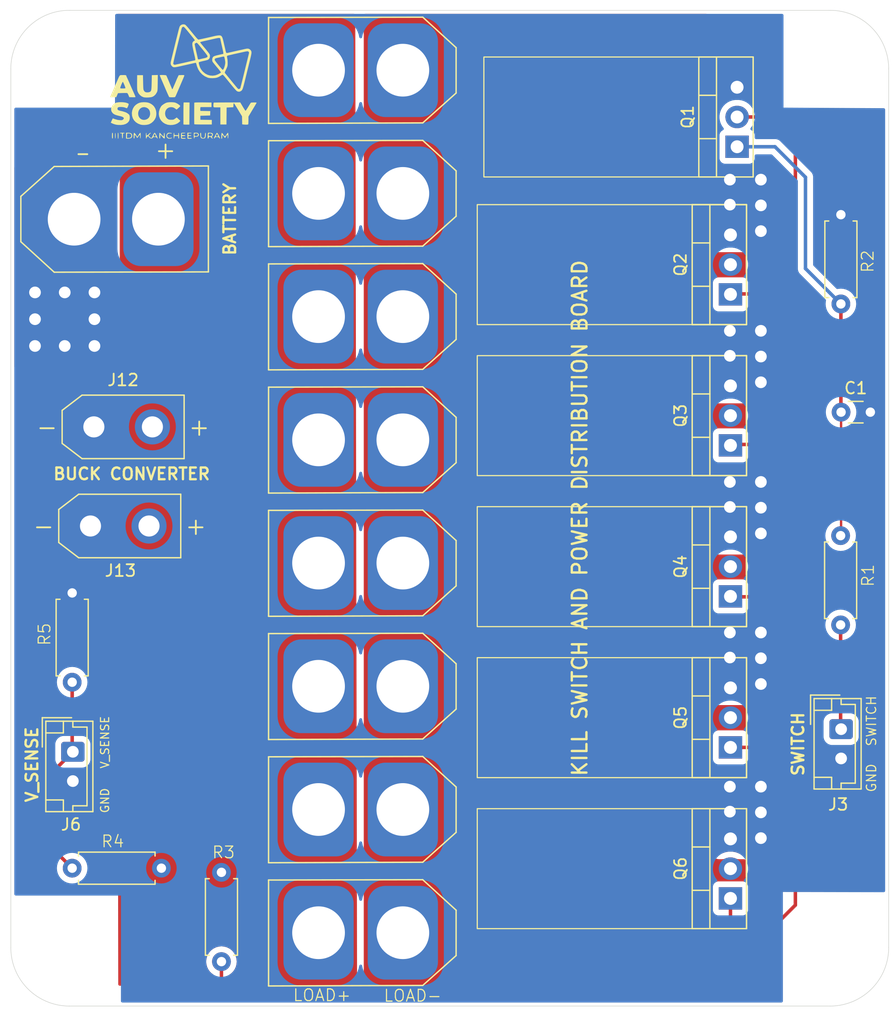
<source format=kicad_pcb>
(kicad_pcb (version 20240108) (generator "pcbnew") (generator_version "8.0")
  (layers (0 "F.Cu" signal) (31 "B.Cu" signal) (34 "B.Paste" user) (35 "F.Paste" user) (36 "B.SilkS" user "B.Silkscreen") (37 "F.SilkS" user "F.Silkscreen") (38 "B.Mask" user) (39 "F.Mask" user) (44 "Edge.Cuts" user))
  (net 0 "")
  (net 1 "GND")
  (net 2 "/LOAD-")
  (net 3 "/T_SWITCH")
  (net 4 "Net-(Q1-G)")
  (net 5 "/GATE_SIGNAL")
  (net 6 "/V_SENSE")
  (net 7 "/LOAD+")
  (footprint "Package_TO_SOT_THT:TO-220-3_Vertical" (layer "F.Cu") (at 209.449 85.4818 90)
    (property "Reference" "Q1" (at 2.54 -4.2192 90) (layer "F.SilkS"))
    (property "Value" "IRLZ44N")
    (pad "1" thru_hole rect (at 0 0 90) (size 1.905 2) (drill 1.1) (layers "*.Cu" "*.Mask") (net 4 "Net-(Q1-G)"))
    (pad "2" thru_hole oval (at 2.54 0 90) (size 1.905 2) (drill 1.1) (layers "*.Cu" "*.Mask") (net 5 "/GATE_SIGNAL"))
    (pad "3" thru_hole oval (at 5.08 0 90) (size 1.905 2) (drill 1.1) (layers "*.Cu" "*.Mask") (net 1 "GND"))
  )
  (footprint "AUV_LOGO:LOGO" (layer "F.Cu") (at 162.052 80.01)
    (property "Reference" "G***" (hide yes))
    (property "Value" "LOGO" (hide yes))
  )
  (footprint "res_holes:resistor_holes" (layer "F.Cu") (at 165.4288 151.5196 -90)
    (property "Reference" "R3" (hide yes))
    (property "Value" "10k" (hide yes))
    (pad "1" thru_hole circle (at -4.098 0.024 270) (size 1.6 1.6) (drill 0.8) (layers "*.Cu" "*.Mask") (net 7 "/LOAD+"))
    (pad "2" thru_hole oval (at 3.522 0.024 270) (size 1.6 1.6) (drill 0.8) (layers "*.Cu" "*.Mask") (net 5 "/GATE_SIGNAL"))
  )
  (footprint "Connector_JST:JST_EH_B2B-EH-A_1x02_P2.50mm_Vertical" (layer "F.Cu") (at 218.3336 135.1988 -90)
    (property "Reference" "J3" (at 6.4316 0.2492 0) (layer "F.SilkS"))
    (property "Value" "Conn_01x02_Pin")
    (pad "1" thru_hole roundrect (at 0 0 270) (size 1.7 2) (drill 1) (layers "*.Cu" "*.Mask") (roundrect_rratio 0.147059) (net 3 "/T_SWITCH"))
    (pad "2" thru_hole oval (at 2.5 0 270) (size 1.7 2) (drill 1) (layers "*.Cu" "*.Mask") (net 1 "GND"))
  )
  (footprint "xt_60:xt-60_hole" (layer "F.Cu") (at 176.9224 121.246458 180)
    (property "Reference" "J7" (hide yes))
    (property "Value" "Conn_01x02_Pin" (hide yes))
    (pad "1" thru_hole roundrect (at -3.976 0.226 180) (size 6 8) (drill 4.5) (layers "*.Cu" "*.Mask") (net 2 "/LOAD-"))
    (pad "2" thru_hole roundrect (at 3.224 0.226 180) (size 6 8) (drill 4.5) (layers "*.Cu" "*.Mask") (net 7 "/LOAD+"))
  )
  (footprint "res_holes:resistor_holes" (layer "F.Cu") (at 152.63 127.093 90)
    (property "Reference" "R5" (hide yes))
    (property "Value" "100k" (hide yes))
    (pad "1" thru_hole circle (at -4.098 0.024 90) (size 1.6 1.6) (drill 0.8) (layers "*.Cu" "*.Mask") (net 6 "/V_SENSE"))
    (pad "2" thru_hole oval (at 3.522 0.024 90) (size 1.6 1.6) (drill 0.8) (layers "*.Cu" "*.Mask") (net 1 "GND"))
  )
  (footprint "xt_60:xt-60_hole" (layer "F.Cu") (at 176.9224 131.764972 180)
    (property "Reference" "J5" (hide yes))
    (property "Value" "Conn_01x02_Pin" (hide yes))
    (pad "1" thru_hole roundrect (at -3.976 0.226 180) (size 6 8) (drill 4.5) (layers "*.Cu" "*.Mask") (net 2 "/LOAD-"))
    (pad "2" thru_hole roundrect (at 3.224 0.226 180) (size 6 8) (drill 4.5) (layers "*.Cu" "*.Mask") (net 7 "/LOAD+"))
  )
  (footprint "xt_60:xt-60_hole" (layer "F.Cu") (at 176.9224 142.283486 180)
    (property "Reference" "J4" (hide yes))
    (property "Value" "Conn_01x02_Pin" (hide yes))
    (pad "1" thru_hole roundrect (at -3.976 0.226 180) (size 6 8) (drill 4.5) (layers "*.Cu" "*.Mask") (net 2 "/LOAD-"))
    (pad "2" thru_hole roundrect (at 3.224 0.226 180) (size 6 8) (drill 4.5) (layers "*.Cu" "*.Mask") (net 7 "/LOAD+"))
  )
  (footprint "res_holes:resistor_holes" (layer "F.Cu") (at 156.176 147.09 180)
    (property "Reference" "R4" (hide yes))
    (property "Value" "300k" (hide yes))
    (pad "1" thru_hole circle (at -4.098 0.024 180) (size 1.6 1.6) (drill 0.8) (layers "*.Cu" "*.Mask") (net 7 "/LOAD+"))
    (pad "2" thru_hole oval (at 3.522 0.024 180) (size 1.6 1.6) (drill 0.8) (layers "*.Cu" "*.Mask") (net 6 "/V_SENSE"))
  )
  (footprint "Package_TO_SOT_THT:TO-220-3_Vertical" (layer "F.Cu") (at 208.884 136.7555 90)
    (property "Reference" "Q5" (at 2.54 -4.27 90) (layer "F.SilkS"))
    (property "Value" "IRF3205")
    (pad "1" thru_hole rect (at 0 0 90) (size 1.905 2) (drill 1.1) (layers "*.Cu" "*.Mask") (net 5 "/GATE_SIGNAL"))
    (pad "2" thru_hole oval (at 2.54 0 90) (size 1.905 2) (drill 1.1) (layers "*.Cu" "*.Mask") (net 2 "/LOAD-"))
    (pad "3" thru_hole oval (at 5.08 0 90) (size 1.905 2) (drill 1.1) (layers "*.Cu" "*.Mask") (net 1 "GND"))
  )
  (footprint "xt_60:xt-60_hole" (layer "F.Cu") (at 176.9224 89.690916 180)
    (property "Reference" "J10" (hide yes))
    (property "Value" "Conn_01x02_Pin" (hide yes))
    (pad "1" thru_hole roundrect (at -3.976 0.226 180) (size 6 8) (drill 4.5) (layers "*.Cu" "*.Mask") (net 2 "/LOAD-"))
    (pad "2" thru_hole roundrect (at 3.224 0.226 180) (size 6 8) (drill 4.5) (layers "*.Cu" "*.Mask") (net 7 "/LOAD+"))
  )
  (footprint "MountingHole:MountingHole_3.2mm_M3" (layer "F.Cu") (at 217.6245 78.0034 180)
    (property "Reference" "H3" (hide yes))
    (property "Value" "MountingHole")
    (pad "" np_thru_hole circle (at 0 0 180) (size 3.2 3.2) (drill 3.2) (layers "*.Cu" "*.Mask"))
  )
  (footprint "Connector_AMASS:AMASS_XT30UPB-F_1x02_P5.0mm_Vertical" (layer "F.Cu") (at 154.5064 109.3952)
    (property "Reference" "J12" (at 2.5 -4 0) (layer "F.SilkS"))
    (property "Value" "Conn_01x02_Pin")
    (fp_text user "+" (at 9 0 0) (layer "F.SilkS") (effects (font (size 1.5 1.5))))
    (fp_text user "-" (at -4 0 0) (layer "F.SilkS") (effects (font (size 1.5 1.5))))
    (pad "1" thru_hole roundrect (at 0 0) (size 3 3) (drill 1.8) (layers "*.Cu" "*.Mask") (net 1 "GND"))
    (pad "2" thru_hole circle (at 5 0) (size 3 3) (drill 1.8) (layers "*.Cu" "*.Mask") (net 7 "/LOAD+"))
  )
  (footprint "res_holes:resistor_holes" (layer "F.Cu") (at 218.2912 94.803372 90)
    (property "Reference" "R2" (hide yes))
    (property "Value" "10k" (hide yes))
    (pad "1" thru_hole circle (at -4.098 0.024 90) (size 1.6 1.6) (drill 0.8) (layers "*.Cu" "*.Mask") (net 4 "Net-(Q1-G)"))
    (pad "2" thru_hole oval (at 3.522 0.024 90) (size 1.6 1.6) (drill 0.8) (layers "*.Cu" "*.Mask") (net 1 "GND"))
  )
  (footprint "MountingHole:MountingHole_3.2mm_M3" (layer "F.Cu") (at 151.638 153.846 180)
    (property "Reference" "H1" (hide yes))
    (property "Value" "MountingHole")
    (pad "" np_thru_hole circle (at 0 0 180) (size 3.2 3.2) (drill 3.2) (layers "*.Cu" "*.Mask"))
  )
  (footprint "Package_TO_SOT_THT:TO-220-3_Vertical" (layer "F.Cu") (at 208.884 149.646 90)
    (property "Reference" "Q6" (at 2.54 -4.27 90) (layer "F.SilkS"))
    (property "Value" "IRF3205")
    (pad "1" thru_hole rect (at 0 0 90) (size 1.905 2) (drill 1.1) (layers "*.Cu" "*.Mask") (net 5 "/GATE_SIGNAL"))
    (pad "2" thru_hole oval (at 2.54 0 90) (size 1.905 2) (drill 1.1) (layers "*.Cu" "*.Mask") (net 2 "/LOAD-"))
    (pad "3" thru_hole oval (at 5.08 0 90) (size 1.905 2) (drill 1.1) (layers "*.Cu" "*.Mask") (net 1 "GND"))
  )
  (footprint "xt_60:xt-60_hole" (layer "F.Cu") (at 156.796 91.44)
    (property "Reference" "J1" (hide yes))
    (property "Value" "Conn_01x02_Pin" (hide yes))
    (fp_text user "+" (at 3.834 -5.6904 0) (layer "F.SilkS") (effects (font (size 1.5 1.5))))
    (fp_text user "-" (at -3.2272 -5.3979 0) (layer "F.SilkS"))
    (pad "1" thru_hole roundrect (at -3.976 0.226) (size 6 8) (drill 4.5) (layers "*.Cu" "*.Mask") (net 1 "GND"))
    (pad "2" thru_hole roundrect (at 3.224 0.226) (size 6 8) (drill 4.5) (layers "*.Cu" "*.Mask") (net 7 "/LOAD+"))
  )
  (footprint "MountingHole:MountingHole_3.2mm_M3" (layer "F.Cu") (at 151.638 78.0034 180)
    (property "Reference" "H2" (hide yes))
    (property "Value" "MountingHole")
    (pad "" np_thru_hole circle (at 0 0 180) (size 3.2 3.2) (drill 3.2) (layers "*.Cu" "*.Mask"))
  )
  (footprint "Package_TO_SOT_THT:TO-220-3_Vertical" (layer "F.Cu") (at 208.884 123.865 90)
    (property "Reference" "Q4" (at 2.54 -4.27 90) (layer "F.SilkS"))
    (property "Value" "IRF3205")
    (pad "1" thru_hole rect (at 0 0 90) (size 1.905 2) (drill 1.1) (layers "*.Cu" "*.Mask") (net 5 "/GATE_SIGNAL"))
    (pad "2" thru_hole oval (at 2.54 0 90) (size 1.905 2) (drill 1.1) (layers "*.Cu" "*.Mask") (net 2 "/LOAD-"))
    (pad "3" thru_hole oval (at 5.08 0 90) (size 1.905 2) (drill 1.1) (layers "*.Cu" "*.Mask") (net 1 "GND"))
  )
  (footprint "MountingHole:MountingHole_3.2mm_M3" (layer "F.Cu") (at 217.6245 153.289 180)
    (property "Reference" "H4" (hide yes))
    (property "Value" "MountingHole")
    (pad "" np_thru_hole circle (at 0 0 180) (size 3.2 3.2) (drill 3.2) (layers "*.Cu" "*.Mask"))
  )
  (footprint "Package_TO_SOT_THT:TO-220-3_Vertical" (layer "F.Cu") (at 208.884 98.084 90)
    (property "Reference" "Q2" (at 2.54 -4.27 90) (layer "F.SilkS"))
    (property "Value" "IRF3205")
    (pad "1" thru_hole rect (at 0 0 90) (size 1.905 2) (drill 1.1) (layers "*.Cu" "*.Mask") (net 5 "/GATE_SIGNAL"))
    (pad "2" thru_hole oval (at 2.54 0 90) (size 1.905 2) (drill 1.1) (layers "*.Cu" "*.Mask") (net 2 "/LOAD-"))
    (pad "3" thru_hole oval (at 5.08 0 90) (size 1.905 2) (drill 1.1) (layers "*.Cu" "*.Mask") (net 1 "GND"))
  )
  (footprint "xt_60:xt-60_hole" (layer "F.Cu") (at 176.9224 110.727944 180)
    (property "Reference" "J8" (hide yes))
    (property "Value" "Conn_01x02_Pin" (hide yes))
    (pad "1" thru_hole roundrect (at -3.976 0.226 180) (size 6 8) (drill 4.5) (layers "*.Cu" "*.Mask") (net 2 "/LOAD-"))
    (pad "2" thru_hole roundrect (at 3.224 0.226 180) (size 6 8) (drill 4.5) (layers "*.Cu" "*.Mask") (net 7 "/LOAD+"))
  )
  (footprint "Connector_JST:JST_EH_B2B-EH-A_1x02_P2.50mm_Vertical" (layer "F.Cu") (at 152.7122 137.131 -90)
    (property "Reference" "J6" (at 6.2084 0.1524 0) (layer "F.SilkS"))
    (property "Value" "Conn_01x02_Pin")
    (pad "1" thru_hole roundrect (at 0 0 270) (size 1.7 2) (drill 1) (layers "*.Cu" "*.Mask") (roundrect_rratio 0.147059) (net 6 "/V_SENSE"))
    (pad "2" thru_hole oval (at 2.5 0 270) (size 1.7 2) (drill 1) (layers "*.Cu" "*.Mask") (net 1 "GND"))
  )
  (footprint "Capacitor_THT:C_Disc_D3.0mm_W1.6mm_P2.50mm" (layer "F.Cu") (at 218.3312 108.138372)
    (property "Reference" "C1" (at 1.25 -2.05 0) (layer "F.SilkS"))
    (property "Value" "10u")
    (pad "1" thru_hole circle (at 0 0) (size 1.6 1.6) (drill 0.8) (layers "*.Cu" "*.Mask") (net 4 "Net-(Q1-G)"))
    (pad "2" thru_hole circle (at 2.5 0) (size 1.6 1.6) (drill 0.8) (layers "*.Cu" "*.Mask") (net 1 "GND"))
  )
  (footprint "res_holes:resistor_holes" (layer "F.Cu") (at 218.2672 122.201372 90)
    (property "Reference" "R1" (hide yes))
    (property "Value" "R" (hide yes))
    (pad "1" thru_hole circle (at -4.098 0.024 90) (size 1.6 1.6) (drill 0.8) (layers "*.Cu" "*.Mask") (net 3 "/T_SWITCH"))
    (pad "2" thru_hole oval (at 3.522 0.024 90) (size 1.6 1.6) (drill 0.8) (layers "*.Cu" "*.Mask") (net 4 "Net-(Q1-G)"))
  )
  (footprint "Connector_AMASS:AMASS_XT30UPB-F_1x02_P5.0mm_Vertical" (layer "F.Cu") (at 154.218 117.856)
    (property "Reference" "J13" (at 2.5616 3.81 0) (layer "F.SilkS"))
    (property "Value" "Conn_01x02_Pin")
    (fp_text user "-" (at -4 0 0) (layer "F.SilkS") (effects (font (size 1.5 1.5))))
    (fp_text user "+" (at 9 0 0) (layer "F.SilkS") (effects (font (size 1.5 1.5))))
    (pad "1" thru_hole roundrect (at 0 0) (size 3 3) (drill 1.8) (layers "*.Cu" "*.Mask") (net 1 "GND"))
    (pad "2" thru_hole circle (at 5 0) (size 3 3) (drill 1.8) (layers "*.Cu" "*.Mask") (net 7 "/LOAD+"))
  )
  (footprint "Package_TO_SOT_THT:TO-220-3_Vertical" (layer "F.Cu") (at 208.884 110.9745 90)
    (property "Reference" "Q3" (at 2.54 -4.27 90) (layer "F.SilkS"))
    (property "Value" "IRF3205")
    (pad "1" thru_hole rect (at 0 0 90) (size 1.905 2) (drill 1.1) (layers "*.Cu" "*.Mask") (net 5 "/GATE_SIGNAL"))
    (pad "2" thru_hole oval (at 2.54 0 90) (size 1.905 2) (drill 1.1) (layers "*.Cu" "*.Mask") (net 2 "/LOAD-"))
    (pad "3" thru_hole oval (at 5.08 0 90) (size 1.905 2) (drill 1.1) (layers "*.Cu" "*.Mask") (net 1 "GND"))
  )
  (footprint "xt_60:xt-60_hole" (layer "F.Cu") (at 176.9224 100.20943 180)
    (property "Reference" "J9" (hide yes))
    (property "Value" "Conn_01x02_Pin" (hide yes))
    (pad "1" thru_hole roundrect (at -3.976 0.226 180) (size 6 8) (drill 4.5) (layers "*.Cu" "*.Mask") (net 2 "/LOAD-"))
    (pad "2" thru_hole roundrect (at 3.224 0.226 180) (size 6 8) (drill 4.5) (layers "*.Cu" "*.Mask") (net 7 "/LOAD+"))
  )
  (footprint "xt_60:xt-60_hole" (layer "F.Cu") (at 176.9224 79.1724 180)
    (property "Reference" "J11" (hide yes))
    (property "Value" "Conn_01x02_Pin" (hide yes))
    (pad "1" thru_hole roundrect (at -3.976 0.226 180) (size 6 8) (drill 4.5) (layers "*.Cu" "*.Mask") (net 2 "/LOAD-"))
    (pad "2" thru_hole roundrect (at 3.224 0.226 180) (size 6 8) (drill 4.5) (layers "*.Cu" "*.Mask") (net 7 "/LOAD+"))
  )
  (footprint "xt_60:xt-60_hole" (layer "F.Cu") (at 176.9224 152.802 180)
    (property "Reference" "J2" (hide yes))
    (property "Value" "Conn_01x02_Pin" (hide yes))
    (pad "1" thru_hole roundrect (at -3.976 0.226 180) (size 6 8) (drill 4.5) (layers "*.Cu" "*.Mask") (net 2 "/LOAD-"))
    (pad "2" thru_hole roundrect (at 3.224 0.226 180) (size 6 8) (drill 4.5) (layers "*.Cu" "*.Mask") (net 7 "/LOAD+"))
  )
  (gr_rect (start 187.255 116.205) (end 210.255 126.445) (stroke (width 0.1)) (fill none) (layer "F.SilkS"))
  (gr_rect (start 187.255 129.0955) (end 210.255 139.3355) (stroke (width 0.1)) (fill none) (layer "F.SilkS"))
  (gr_rect (start 187.255 103.3145) (end 210.255 113.5545) (stroke (width 0.1)) (fill none) (layer "F.SilkS"))
  (gr_rect (start 187.255 90.424) (end 210.255 100.664) (stroke (width 0.1)) (fill none) (layer "F.SilkS"))
  (gr_rect (start 187.82 77.8218) (end 210.82 88.0618) (stroke (width 0.1)) (fill none) (layer "F.SilkS"))
  (gr_rect (start 187.255 141.986) (end 210.255 152.226) (stroke (width 0.1)) (fill none) (layer "F.SilkS"))
  (gr_line (start 222.397 78.836) (end 222.397 153.836) (stroke (width 0.05)) (layer "Edge.Cuts"))
  (gr_arc (start 217.397 73.836) (mid 220.932534 75.300466) (end 222.397 78.836) (stroke (width 0.05)) (layer "Edge.Cuts"))
  (gr_arc (start 152.412 158.836) (mid 148.876466 157.371534) (end 147.412 153.836) (stroke (width 0.05)) (layer "Edge.Cuts"))
  (gr_line (start 152.412 158.836) (end 217.397 158.836) (stroke (width 0.05)) (layer "Edge.Cuts"))
  (gr_arc (start 147.412 78.836) (mid 148.876466 75.300466) (end 152.412 73.836) (stroke (width 0.05)) (layer "Edge.Cuts"))
  (gr_line (start 147.412 78.836) (end 147.412 153.836) (stroke (width 0.05)) (layer "Edge.Cuts"))
  (gr_line (start 152.412 73.836) (end 217.397 73.836) (stroke (width 0.05)) (layer "Edge.Cuts"))
  (gr_arc (start 222.397 153.836) (mid 220.932534 157.371534) (end 217.397 158.836) (stroke (width 0.05)) (layer "Edge.Cuts"))
  (gr_text "GND" (at 221.39 138.0744 90) (layer "F.SilkS") (effects (font (size 0.8 0.8) (thickness 0.1)) (justify right bottom)))
  (gr_text "R2" (at 221.1868 96.310572 90) (layer "F.SilkS") (effects (font (size 1 1) (thickness 0.1)) (justify left bottom)))
  (gr_text "LOAD-\n\n" (at 179.197 160.147 0) (layer "F.SilkS") (effects (font (size 1 1) (thickness 0.1)) (justify left bottom)))
  (gr_text "BUCK CONVERTER\n" (at 150.9372 113.9944 0) (layer "F.SilkS") (effects (font (size 1 1) (thickness 0.2) (bold yes)) (justify left bottom)))
  (gr_text "SWITCH\n" (at 215.2396 139.2936 90) (layer "F.SilkS") (effects (font (size 1 1) (thickness 0.2) (bold yes)) (justify left bottom)))
  (gr_text "R1" (at 221.2122 123.124372 90) (layer "F.SilkS") (effects (font (size 1 1) (thickness 0.1)) (justify left bottom)))
  (gr_text "V_SENSE" (at 155.8618 138.6168 90) (layer "F.SilkS") (effects (font (size 0.7 0.7) (thickness 0.1)) (justify left bottom)))
  (gr_text "BATTERY" (at 166.702 94.869 90) (layer "F.SilkS") (effects (font (size 1 1) (thickness 0.2) (bold yes)) (justify left bottom)))
  (gr_text "LOAD+\n" (at 171.45 158.496 0) (layer "F.SilkS") (effects (font (size 1 1) (thickness 0.1)) (justify left bottom)))
  (gr_text "SWITCH\n" (at 221.39 132.2832 90) (layer "F.SilkS") (effects (font (size 0.8 0.8) (thickness 0.1)) (justify right bottom)))
  (gr_text "GND\n" (at 155.8618 142.4268 90) (layer "F.SilkS") (effects (font (size 0.7 0.7) (thickness 0.1)) (justify left bottom)))
  (gr_text "R3" (at 164.5412 146.304 0) (layer "F.SilkS") (effects (font (size 1 1) (thickness 0.1)) (justify left bottom)))
  (gr_text "V_SENSE" (at 149.8034 141.5378 90) (layer "F.SilkS") (effects (font (size 1 1) (thickness 0.2) (bold yes)) (justify left bottom)))
  (gr_text "R4" (at 155.0792 145.366 0) (layer "F.SilkS") (effects (font (size 1 1) (thickness 0.1)) (justify left bottom)))
  (gr_text "R5" (at 150.876 128.143 90) (layer "F.SilkS") (effects (font (size 1 1) (thickness 0.1)) (justify left bottom)))
  (gr_text "KILL SWITCH AND POWER DISTRIBUTION BOARD\n\n" (at 198.755 139.3355 90) (layer "F.SilkS") (effects (font (size 1.25 1.25) (thickness 0.2) (bold yes)) (justify left bottom)))
  (via (at 211.4804 92.685) (size 1.5) (drill 1) (layers "F.Cu" "B.Cu") (net 1))
  (via (at 211.4804 118.4914) (size 1.5) (drill 1) (layers "F.Cu" "B.Cu") (net 1))
  (via (at 208.8324 140.1064) (size 1.5) (drill 1) (layers "F.Cu" "B.Cu") (net 1))
  (via (at 211.4804 142.3037) (size 1.5) (drill 1) (layers "F.Cu" "B.Cu") (net 1))
  (via (at 211.4804 105.5882) (size 1.5) (drill 1) (layers "F.Cu" "B.Cu") (net 1))
  (via (at 211.4804 129.1465) (size 1.5) (drill 1) (layers "F.Cu" "B.Cu") (net 1))
  (via (at 211.4804 101.1936) (size 1.5) (drill 1) (layers "F.Cu" "B.Cu") (net 1))
  (via (at 208.8324 101.1936) (size 1.5) (drill 1) (layers "F.Cu" "B.Cu") (net 1))
  (via (at 208.8324 116.2304) (size 1.5) (drill 1) (layers "F.Cu" "B.Cu") (net 1))
  (via (at 211.4804 126.9492) (size 1.5) (drill 1) (layers "F.Cu" "B.Cu") (net 1))
  (via (at 208.8324 142.24) (size 1.5) (drill 1) (layers "F.Cu" "B.Cu") (net 1))
  (via (at 211.4804 144.501) (size 1.5) (drill 1) (layers "F.Cu" "B.Cu") (net 1))
  (via (at 211.4804 90.4877) (size 1.5) (drill 1) (layers "F.Cu" "B.Cu") (net 1))
  (via (at 208.8324 126.9492) (size 1.5) (drill 1) (layers "F.Cu" "B.Cu") (net 1))
  (via (at 211.4804 140.1064) (size 1.5) (drill 1) (layers "F.Cu" "B.Cu") (net 1))
  (via (at 152.019 102.489) (size 1.5) (drill 1) (layers "F.Cu" "B.Cu") (net 1))
  (via (at 211.4804 116.2941) (size 1.5) (drill 1) (layers "F.Cu" "B.Cu") (net 1))
  (via (at 211.4804 131.3438) (size 1.5) (drill 1) (layers "F.Cu" "B.Cu") (net 1))
  (via (at 211.4804 103.3909) (size 1.5) (drill 1) (layers "F.Cu" "B.Cu") (net 1))
  (via (at 211.4804 114.0968) (size 1.5) (drill 1) (layers "F.Cu" "B.Cu") (net 1))
  (via (at 208.8324 103.3272) (size 1.5) (drill 1) (layers "F.Cu" "B.Cu") (net 1))
  (via (at 208.8324 90.424) (size 1.5) (drill 1) (layers "F.Cu" "B.Cu") (net 1))
  (via (at 149.479 97.917) (size 1.5) (drill 1) (layers "F.Cu" "B.Cu") (net 1))
  (via (at 211.4804 88.2904) (size 1.5) (drill 1) (layers "F.Cu" "B.Cu") (net 1))
  (via (at 152.019 97.917) (size 1.5) (drill 1) (layers "F.Cu" "B.Cu") (net 1))
  (via (at 208.8324 129.0828) (size 1.5) (drill 1) (layers "F.Cu" "B.Cu") (net 1))
  (via (at 154.559 102.489) (size 1.5) (drill 1) (layers "F.Cu" "B.Cu") (net 1))
  (via (at 154.559 100.203) (size 1.5) (drill 1) (layers "F.Cu" "B.Cu") (net 1))
  (via (at 154.559 97.917) (size 1.5) (drill 1) (layers "F.Cu" "B.Cu") (net 1))
  (via (at 208.8324 114.0968) (size 1.5) (drill 1) (layers "F.Cu" "B.Cu") (net 1))
  (via (at 149.479 102.489) (size 1.5) (drill 1) (layers "F.Cu" "B.Cu") (net 1))
  (via (at 149.479 100.203) (size 1.5) (drill 1) (layers "F.Cu" "B.Cu") (net 1))
  (via (at 208.8324 88.2904) (size 1.5) (drill 1) (layers "F.Cu" "B.Cu") (net 1))
  (segment (start 218.2912 126.299372) (end 218.2912 135.1564) (width 0.3) (layer "F.Cu") (net 3))
  (segment (start 218.2912 135.1564) (end 218.3336 135.1988) (width 0.3) (layer "F.Cu") (net 3))
  (segment (start 218.3312 108.225372) (end 218.2912 108.265372) (width 0.2) (layer "F.Cu") (net 4))
  (segment (start 218.3152 98.901372) (end 218.3152 108.122372) (width 0.3) (layer "F.Cu") (net 4))
  (segment (start 218.3312 108.138372) (end 218.3312 108.225372) (width 0.2) (layer "F.Cu") (net 4))
  (segment (start 218.3312 108.138372) (end 218.3312 118.639372) (width 0.2) (layer "F.Cu") (net 4))
  (segment (start 218.3312 118.639372) (end 218.2912 118.679372) (width 0.2) (layer "F.Cu") (net 4))
  (segment (start 218.3152 108.122372) (end 218.3312 108.138372) (width 0.3) (layer "F.Cu") (net 4))
  (segment (start 209.449 85.4818) (end 212.685 85.4818) (width 0.3) (layer "B.Cu") (net 4))
  (segment (start 215.2904 95.876572) (end 218.3152 98.901372) (width 0.3) (layer "B.Cu") (net 4))
  (segment (start 215.2904 88.0872) (end 215.2904 95.876572) (width 0.3) (layer "B.Cu") (net 4))
  (segment (start 212.685 85.4818) (end 215.2904 88.0872) (width 0.3) (layer "B.Cu") (net 4))
  (segment (start 212.3948 110.8964) (end 214.4249 112.9265) (width 0.3) (layer "F.Cu") (net 5))
  (segment (start 165.4048 155.0416) (end 165.4048 156.83) (width 0.3) (layer "F.Cu") (net 5))
  (segment (start 212.3967 136.7555) (end 214.4268 138.7856) (width 0.3) (layer "F.Cu") (net 5))
  (segment (start 208.8821 123.9012) (end 212.3948 123.9012) (width 0.3) (layer "F.Cu") (net 5))
  (segment (start 208.884 149.646) (end 208.884 155.7472) (width 0.3) (layer "F.Cu") (net 5))
  (segment (start 211.6065 82.9418) (end 214.4268 85.7621) (width 0.3) (layer "F.Cu") (net 5))
  (segment (start 165.4048 156.83) (end 166.4848 157.91) (width 0.3) (layer "F.Cu") (net 5))
  (segment (start 208.8821 98.044) (end 212.3948 98.044) (width 0.3) (layer "F.Cu") (net 5))
  (segment (start 212.3948 123.9012) (end 214.4249 125.9313) (width 0.3) (layer "F.Cu") (net 5))
  (segment (start 208.884 136.7555) (end 212.3967 136.7555) (width 0.3) (layer "F.Cu") (net 5))
  (segment (start 208.8896 155.7528) (end 214.4268 150.2156) (width 0.3) (layer "F.Cu") (net 5))
  (segment (start 214.4268 85.7621) (end 214.4268 138.7856) (width 0.3) (layer "F.Cu") (net 5))
  (segment (start 212.3948 98.044) (end 214.4249 100.0741) (width 0.3) (layer "F.Cu") (net 5))
  (segment (start 208.8821 110.8964) (end 212.3948 110.8964) (width 0.3) (layer "F.Cu") (net 5))
  (segment (start 206.7324 157.91) (end 208.8896 155.7528) (width 0.3) (layer "F.Cu") (net 5))
  (segment (start 166.4848 157.91) (end 206.7324 157.91) (width 0.3) (layer "F.Cu") (net 5))
  (segment (start 209.449 82.9418) (end 211.6065 82.9418) (width 0.3) (layer "F.Cu") (net 5))
  (segment (start 208.884 155.7472) (end 208.8896 155.7528) (width 0.3) (layer "F.Cu") (net 5))
  (segment (start 214.4268 150.2156) (end 214.4268 138.7856) (width 0.3) (layer "F.Cu") (net 5))
  (segment (start 150.876 145.288) (end 152.654 147.066) (width 0.3) (layer "F.Cu") (net 6))
  (segment (start 150.876 138.9672) (end 150.876 145.288) (width 0.3) (layer "F.Cu") (net 6))
  (segment (start 152.7122 137.131) (end 150.876 138.9672) (width 0.3) (layer "F.Cu") (net 6))
  (segment (start 152.654 137.0728) (end 152.7122 137.131) (width 0.3) (layer "F.Cu") (net 6))
  (segment (start 152.654 131.191) (end 152.654 137.0728) (width 0.3) (layer "F.Cu") (net 6))
  (zone (net 1) (net_name "GND") (layer "F.Cu") (priority 6) (connect_pads yes (clearance 0.5)) (min_thickness 0.25) (fill yes (thermal_gap 0.5) (thermal_bridge_width 0.5))
    (polygon (pts (xy 207.772 93.98) (xy 212.452 93.98) (xy 212.452 87.249) (xy 207.772 87.249)))
  )
  (zone (net 1) (net_name "GND") (layer "F.Cu") (priority 6) (connect_pads yes (clearance 0.5)) (min_thickness 0.25) (fill yes (thermal_gap 0.5) (thermal_bridge_width 0.5))
    (polygon (pts (xy 207.772 106.8832) (xy 212.452 106.8832) (xy 212.452 100.1522) (xy 207.772 100.1522)))
  )
  (zone (net 7) (net_name "/LOAD+") (layer "F.Cu") (priority 1) (connect_pads yes (clearance 0.5)) (min_thickness 0.25) (fill yes (thermal_gap 0.5) (thermal_bridge_width 0.5))
    (polygon (pts (xy 176.9872 157.0736) (xy 156.591 157.099) (xy 156.464 73.836) (xy 176.8348 73.8124)))
  )
  (zone (net 2) (net_name "/LOAD-") (layer "F.Cu") (priority 2) (connect_pads yes (clearance 0.5)) (min_thickness 0.25) (fill yes (thermal_gap 0.5) (thermal_bridge_width 0.5))
    (polygon (pts (xy 177.5592 73.8124) (xy 206.9276 73.8124) (xy 206.9084 157.226) (xy 177.5592 157.148)))
  )
  (zone (net 1) (net_name "GND") (layer "F.Cu") (priority 6) (connect_pads yes (clearance 0.5)) (min_thickness 0.25) (fill yes (thermal_gap 0.5) (thermal_bridge_width 0.5))
    (polygon (pts (xy 207.772 145.796) (xy 212.452 145.796) (xy 212.452 139.065) (xy 207.772 139.065)))
  )
  (zone (net 2) (net_name "/LOAD-") (layer "F.Cu") (priority 5) (connect_pads yes (clearance 0.5)) (min_thickness 0.25) (fill yes (thermal_gap 0.5) (thermal_bridge_width 0.5))
    (polygon (pts (xy 210.185 148.336) (xy 206.541 148.336) (xy 206.541 145.923) (xy 210.185 145.923)))
  )
  (zone (net 2) (net_name "/LOAD-") (layer "F.Cu") (priority 5) (connect_pads yes (clearance 0.5)) (min_thickness 0.25) (fill yes (thermal_gap 0.5) (thermal_bridge_width 0.5))
    (polygon (pts (xy 210.185 96.774) (xy 206.541 96.774) (xy 206.541 94.361) (xy 210.185 94.361)))
  )
  (zone (net 2) (net_name "/LOAD-") (layer "F.Cu") (priority 5) (connect_pads yes (clearance 0.5)) (min_thickness 0.25) (fill yes (thermal_gap 0.5) (thermal_bridge_width 0.5))
    (polygon (pts (xy 210.185 122.555) (xy 206.541 122.555) (xy 206.541 120.142) (xy 210.185 120.142)))
  )
  (zone (net 2) (net_name "/LOAD-") (layer "F.Cu") (priority 5) (connect_pads yes (clearance 0.5)) (min_thickness 0.25) (fill yes (thermal_gap 0.5) (thermal_bridge_width 0.5))
    (polygon (pts (xy 210.312 135.382) (xy 206.668 135.382) (xy 206.668 132.969) (xy 210.312 132.969)))
  )
  (zone (net 1) (net_name "GND") (layer "F.Cu") (priority 6) (connect_pads yes (clearance 0.5)) (min_thickness 0.25) (fill yes (thermal_gap 0.5) (thermal_bridge_width 0.5))
    (polygon (pts (xy 207.772 119.7864) (xy 212.452 119.7864) (xy 212.452 113.0554) (xy 207.772 113.0554)))
  )
  (zone (net 2) (net_name "/LOAD-") (layer "F.Cu") (priority 5) (connect_pads yes (clearance 0.5)) (min_thickness 0.25) (fill yes (thermal_gap 0.5) (thermal_bridge_width 0.5))
    (polygon (pts (xy 210.185 109.728) (xy 206.541 109.728) (xy 206.541 107.315) (xy 210.185 107.315)))
  )
  (zone (net 1) (net_name "GND") (layer "F.Cu") (priority 6) (connect_pads yes (clearance 0.5)) (min_thickness 0.25) (fill yes (thermal_gap 0.5) (thermal_bridge_width 0.5))
    (polygon (pts (xy 207.772 132.6388) (xy 212.452 132.6388) (xy 212.452 125.9078) (xy 207.772 125.9078)))
  )
  (zone (net 1) (net_name "GND") (layer "F.Cu") (priority 3) (connect_pads yes (clearance 0.5)) (min_thickness 0.25) (fill yes (thermal_gap 0.5) (thermal_bridge_width 0.5))
    (polygon (pts (xy 156.21 87.122) (xy 156.21 104.394) (xy 147.447 104.394) (xy 147.447 87.122)))
  )
  (zone (net 1) (net_name "GND") (layer "B.Cu") (connect_pads yes (clearance 0.5)) (min_thickness 0.25) (fill yes (thermal_gap 0.5) (thermal_bridge_width 0.5))
    (polygon (pts (xy 147.3708 82.1436) (xy 156.3116 82.1436) (xy 156.3248 73.836) (xy 213.4108 73.8124) (xy 213.4108 82.1436) (xy 222.397 82.1944) (xy 222.4478 149.119) (xy 213.36 149.098) (xy 213.36 158.8008) (xy 156.8196 158.8008) (xy 156.8196 149.4028) (xy 147.3708 149.4028)))
  )
)
</source>
